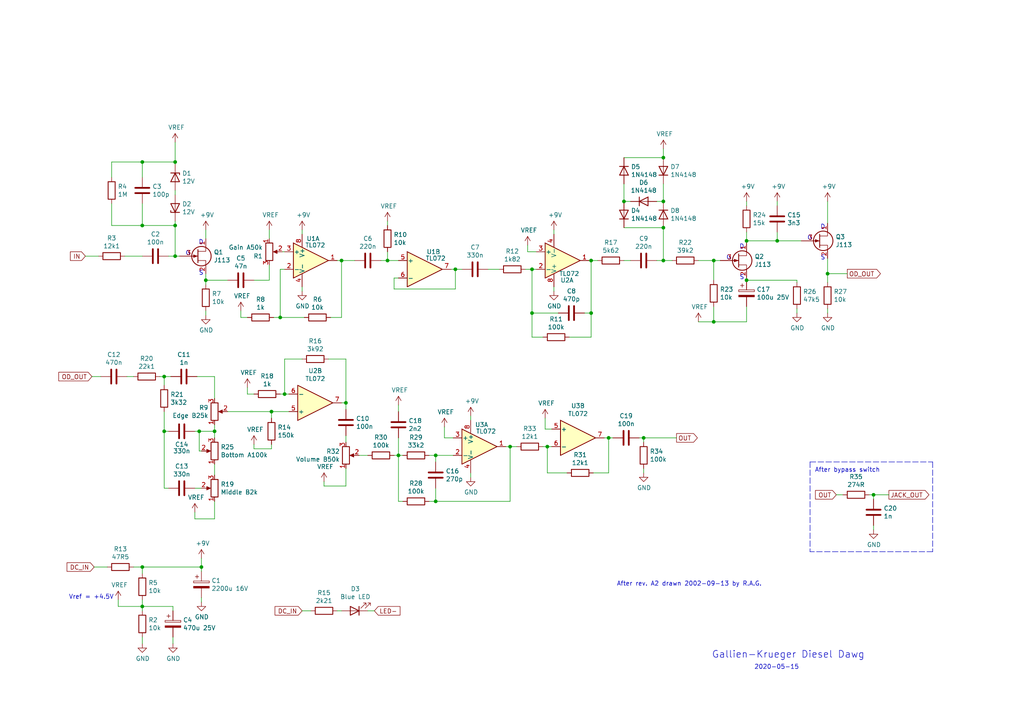
<source format=kicad_sch>
(kicad_sch (version 20211123) (generator eeschema)
  (paper "A4")
  (lib_symbols
    (symbol "Amplifier_Operational:TL072" (pin_names (offset 0.127))
      (property "Reference" "U" (at 0 5.08 0))
      (property "Value" "TL072" (at 0 -5.08 0))
      (symbol "TL072_1_1"
        (polyline (pts (xy -5.08 5.08) (xy 5.08 0) (xy -5.08 -5.08) (xy -5.08 5.08)) (stroke (width 0.254)) (fill (type background)))
        (pin output line (at 7.62 0 180) (length 2.54) (name "~") (number "1"))
        (pin input line (at -7.62 -2.54 0) (length 2.54) (name "-") (number "2"))
        (pin input line (at -7.62 2.54 0) (length 2.54) (name "+") (number "3"))
      )
      (symbol "TL072_2_1"
        (polyline (pts (xy -5.08 5.08) (xy 5.08 0) (xy -5.08 -5.08) (xy -5.08 5.08)) (stroke (width 0.254)) (fill (type background)))
        (pin input line (at -7.62 2.54 0) (length 2.54) (name "+") (number "5"))
        (pin input line (at -7.62 -2.54 0) (length 2.54) (name "-") (number "6"))
        (pin output line (at 7.62 0 180) (length 2.54) (name "~") (number "7"))
      )
      (symbol "TL072_3_1"
        (pin power_in line (at -2.54 -7.62 90) (length 3.81) (name "V-") (number "4"))
        (pin power_in line (at -2.54 7.62 270) (length 3.81) (name "V+") (number "8"))
      )
    )
    (symbol "Device:C" (pin_numbers hide) (pin_names (offset 0.254))
      (property "Reference" "C" (at 0.635 2.54 0))
      (property "Value" "C" (at 0.635 -2.54 0))
      (symbol "C_0_1"
        (polyline (pts (xy -2.032 -0.762) (xy 2.032 -0.762)) (stroke (width 0.508)))
        (polyline (pts (xy -2.032 0.762) (xy 2.032 0.762)) (stroke (width 0.508)))
      )
      (symbol "C_1_1"
        (pin passive line (at 0 3.81 270) (length 2.794) (name "~") (number "1"))
        (pin passive line (at 0 -3.81 90) (length 2.794) (name "~") (number "2"))
      )
    )
    (symbol "Device:CP" (pin_numbers hide) (pin_names (offset 0.254))
      (property "Reference" "C" (at 0.635 2.54 0))
      (property "Value" "CP" (at 0.635 -2.54 0))
      (symbol "CP_0_1"
        (rectangle (start -2.286 0.508) (end 2.286 1.016))
        (polyline (pts (xy -1.778 2.286) (xy -0.762 2.286)))
        (polyline (pts (xy -1.27 2.794) (xy -1.27 1.778)))
        (rectangle (start 2.286 -0.508) (end -2.286 -1.016) (fill (type outline)))
      )
      (symbol "CP_1_1"
        (pin passive line (at 0 3.81 270) (length 2.794) (name "~") (number "1"))
        (pin passive line (at 0 -3.81 90) (length 2.794) (name "~") (number "2"))
      )
    )
    (symbol "Device:D" (pin_numbers hide) (pin_names hide)
      (property "Reference" "D" (at 0 2.54 0))
      (property "Value" "D" (at 0 -2.54 0))
      (symbol "D_0_1"
        (polyline (pts (xy -1.27 1.27) (xy -1.27 -1.27)) (stroke (width 0.254)))
        (polyline (pts (xy 1.27 0) (xy -1.27 0)))
        (polyline (pts (xy 1.27 1.27) (xy 1.27 -1.27) (xy -1.27 0) (xy 1.27 1.27)) (stroke (width 0.254)))
      )
      (symbol "D_1_1"
        (pin passive line (at -3.81 0 0) (length 2.54) (name "K") (number "1"))
        (pin passive line (at 3.81 0 180) (length 2.54) (name "A") (number "2"))
      )
    )
    (symbol "Device:D_Zener" (pin_numbers hide) (pin_names hide)
      (property "Reference" "D" (at 0 2.54 0))
      (property "Value" "D_Zener" (at 0 -2.54 0))
      (symbol "D_Zener_0_1"
        (polyline (pts (xy 1.27 0) (xy -1.27 0)))
        (polyline (pts (xy -1.27 -1.27) (xy -1.27 1.27) (xy -0.762 1.27)) (stroke (width 0.254)))
        (polyline (pts (xy 1.27 -1.27) (xy 1.27 1.27) (xy -1.27 0) (xy 1.27 -1.27)) (stroke (width 0.254)))
      )
      (symbol "D_Zener_1_1"
        (pin passive line (at -3.81 0 0) (length 2.54) (name "K") (number "1"))
        (pin passive line (at 3.81 0 180) (length 2.54) (name "A") (number "2"))
      )
    )
    (symbol "Device:LED" (pin_numbers hide) (pin_names hide)
      (property "Reference" "D" (at 0 2.54 0))
      (property "Value" "LED" (at 0 -2.54 0))
      (symbol "LED_0_1"
        (polyline (pts (xy -1.27 -1.27) (xy -1.27 1.27)) (stroke (width 0.254)))
        (polyline (pts (xy -1.27 0) (xy 1.27 0)))
        (polyline (pts (xy 1.27 -1.27) (xy 1.27 1.27) (xy -1.27 0) (xy 1.27 -1.27)) (stroke (width 0.254)))
        (polyline (pts (xy -3.048 -0.762) (xy -4.572 -2.286) (xy -3.81 -2.286) (xy -4.572 -2.286) (xy -4.572 -1.524)))
        (polyline (pts (xy -1.778 -0.762) (xy -3.302 -2.286) (xy -2.54 -2.286) (xy -3.302 -2.286) (xy -3.302 -1.524)))
      )
      (symbol "LED_1_1"
        (pin passive line (at -3.81 0 0) (length 2.54) (name "K") (number "1"))
        (pin passive line (at 3.81 0 180) (length 2.54) (name "A") (number "2"))
      )
    )
    (symbol "Device:Q_NJFET_DSG" (pin_names (offset 0) hide)
      (property "Reference" "Q" (at 5.08 1.27 0))
      (property "Value" "Q_NJFET_DSG" (at 5.08 -1.27 0))
      (symbol "Q_NJFET_DSG_0_1"
        (polyline (pts (xy 0.254 1.905) (xy 0.254 -1.905) (xy 0.254 -1.905)) (stroke (width 0.254)))
        (polyline (pts (xy 2.54 -2.54) (xy 2.54 -1.27) (xy 0.254 -1.27)))
        (polyline (pts (xy 2.54 2.54) (xy 2.54 1.397) (xy 0.254 1.397)))
        (polyline (pts (xy 0 0) (xy -1.016 0.381) (xy -1.016 -0.381) (xy 0 0)) (fill (type outline)))
        (circle (center 1.27 0) (radius 2.8194) (stroke (width 0.254)))
      )
      (symbol "Q_NJFET_DSG_1_1"
        (pin passive line (at 2.54 5.08 270) (length 2.54) (name "D") (number "1"))
        (pin passive line (at 2.54 -5.08 90) (length 2.54) (name "S") (number "2"))
        (pin input line (at -5.08 0 0) (length 5.334) (name "G") (number "3"))
      )
    )
    (symbol "Device:R" (pin_numbers hide) (pin_names (offset 0))
      (property "Reference" "R" (at 2.032 0 90))
      (property "Value" "R" (at 0 0 90))
      (symbol "R_0_1"
        (rectangle (start -1.016 -2.54) (end 1.016 2.54) (stroke (width 0.254)))
      )
      (symbol "R_1_1"
        (pin passive line (at 0 3.81 270) (length 1.27) (name "~") (number "1"))
        (pin passive line (at 0 -3.81 90) (length 1.27) (name "~") (number "2"))
      )
    )
    (symbol "Device:R_POT" (pin_names hide)
      (property "Reference" "RV" (at -4.445 0 90))
      (property "Value" "R_POT" (at -2.54 0 90))
      (symbol "R_POT_0_1"
        (polyline (pts (xy 2.54 0) (xy 1.524 0)))
        (polyline (pts (xy 1.143 0) (xy 2.286 0.508) (xy 2.286 -0.508) (xy 1.143 0)) (fill (type outline)))
        (rectangle (start 1.016 2.54) (end -1.016 -2.54) (stroke (width 0.254)))
      )
      (symbol "R_POT_1_1"
        (pin passive line (at 0 3.81 270) (length 1.27) (name "1") (number "1"))
        (pin passive line (at 3.81 0 180) (length 1.27) (name "2") (number "2"))
        (pin passive line (at 0 -3.81 90) (length 1.27) (name "3") (number "3"))
      )
    )
    (symbol "power:+9V" (power) (pin_names (offset 0))
      (property "Value" "+9V" (at 0 3.556 0))
      (symbol "+9V_0_1"
        (polyline (pts (xy -0.762 1.27) (xy 0 2.54)))
        (polyline (pts (xy 0 0) (xy 0 2.54)))
        (polyline (pts (xy 0 2.54) (xy 0.762 1.27)))
      )
      (symbol "+9V_1_1"
        (pin power_in line (at 0 0 90) (length 0) hide (name "+9V") (number "1"))
      )
    )
    (symbol "power:GND" (power) (pin_names (offset 0))
      (property "Value" "GND" (at 0 -3.81 0))
      (symbol "GND_0_1"
        (polyline (pts (xy 0 0) (xy 0 -1.27) (xy 1.27 -1.27) (xy 0 -2.54) (xy -1.27 -1.27) (xy 0 -1.27)))
      )
      (symbol "GND_1_1"
        (pin power_in line (at 0 0 270) (length 0) hide (name "GND") (number "1"))
      )
    )
    (symbol "rockola_kicad_symbols:Vref" (power) (pin_names (offset 0))
      (property "Value" "Vref" (at 0 3.81 0))
      (symbol "Vref_0_1"
        (polyline (pts (xy -0.762 1.27) (xy 0 2.54)))
        (polyline (pts (xy 0 0) (xy 0 2.54)))
        (polyline (pts (xy 0 2.54) (xy 0.762 1.27)))
      )
      (symbol "Vref_1_1"
        (pin power_in line (at 0 0 90) (length 0) hide (name "VREF") (number "1"))
      )
    )
  )
  (junction (at 180.975 58.42))
  (junction (at 154.305 78.105))
  (junction (at 207.01 93.345))
  (junction (at 192.405 45.72))
  (junction (at 41.275 46.99))
  (junction (at 253.365 143.51))
  (junction (at 171.45 75.565))
  (junction (at 62.23 125.095))
  (junction (at 192.405 58.42))
  (junction (at 240.03 79.375))
  (junction (at 99.06 75.565))
  (junction (at 126.365 132.08))
  (junction (at 50.8 65.405))
  (junction (at 47.625 109.22))
  (junction (at 216.535 81.28))
  (junction (at 192.405 66.04))
  (junction (at 41.275 164.465))
  (junction (at 176.53 127))
  (junction (at 186.69 127))
  (junction (at 192.405 75.565))
  (junction (at 81.28 92.075))
  (junction (at 216.535 69.85))
  (junction (at 100.33 116.84))
  (junction (at 171.45 90.805))
  (junction (at 59.69 81.28))
  (junction (at 57.785 125.095))
  (junction (at 154.305 90.805))
  (junction (at 207.01 75.565))
  (junction (at 158.75 129.54))
  (junction (at 126.365 145.415))
  (junction (at 225.425 69.85))
  (junction (at 132.08 78.105))
  (junction (at 112.395 75.565))
  (junction (at 115.57 132.08))
  (junction (at 147.955 129.54))
  (junction (at 82.55 114.3))
  (junction (at 41.275 175.895))
  (junction (at 78.74 119.38))
  (junction (at 50.8 74.295))
  (junction (at 50.8 46.99))
  (junction (at 47.625 125.095))
  (junction (at 58.42 164.465))
  (junction (at 41.275 65.405))
  (wire (pts (xy 172.085 137.16) (xy 176.53 137.16)))
  (wire (pts (xy 36.83 109.22) (xy 38.735 109.22)))
  (wire (pts (xy 82.55 114.3) (xy 83.82 114.3)))
  (wire (pts (xy 36.195 74.295) (xy 41.275 74.295)))
  (wire (pts (xy 104.14 132.08) (xy 106.68 132.08)))
  (polyline (pts (xy 234.95 133.985) (xy 234.95 160.02)))
  (wire (pts (xy 73.66 81.28) (xy 78.105 81.28)))
  (wire (pts (xy 71.755 112.395) (xy 71.755 114.3)))
  (wire (pts (xy 79.375 92.075) (xy 81.28 92.075)))
  (wire (pts (xy 180.975 75.565) (xy 182.88 75.565)))
  (wire (pts (xy 95.25 104.14) (xy 100.33 104.14)))
  (wire (pts (xy 41.275 46.99) (xy 50.8 46.99)))
  (wire (pts (xy 157.48 97.79) (xy 154.305 97.79)))
  (wire (pts (xy 99.06 75.565) (xy 102.87 75.565)))
  (wire (pts (xy 50.8 41.275) (xy 50.8 46.99)))
  (wire (pts (xy 59.69 81.28) (xy 66.04 81.28)))
  (wire (pts (xy 132.08 83.82) (xy 132.08 78.105)))
  (wire (pts (xy 78.74 119.38) (xy 66.04 119.38)))
  (wire (pts (xy 171.45 75.565) (xy 170.815 75.565)))
  (wire (pts (xy 253.365 143.51) (xy 252.095 143.51)))
  (wire (pts (xy 58.42 173.355) (xy 58.42 174.625)))
  (wire (pts (xy 27.305 164.465) (xy 31.115 164.465)))
  (wire (pts (xy 240.03 79.375) (xy 245.745 79.375)))
  (wire (pts (xy 186.69 127) (xy 185.42 127)))
  (wire (pts (xy 97.79 177.165) (xy 99.06 177.165)))
  (wire (pts (xy 136.525 120.65) (xy 136.525 121.92)))
  (wire (pts (xy 225.425 69.85) (xy 232.41 69.85)))
  (wire (pts (xy 240.03 74.93) (xy 240.03 79.375)))
  (wire (pts (xy 158.115 121.285) (xy 158.115 124.46)))
  (wire (pts (xy 106.68 177.165) (xy 108.585 177.165)))
  (wire (pts (xy 153.035 73.025) (xy 153.035 71.12)))
  (wire (pts (xy 78.74 121.285) (xy 78.74 119.38)))
  (wire (pts (xy 160.655 66.675) (xy 160.655 67.945)))
  (wire (pts (xy 82.55 104.14) (xy 82.55 114.3)))
  (wire (pts (xy 100.33 116.84) (xy 99.06 116.84)))
  (wire (pts (xy 26.67 109.22) (xy 29.21 109.22)))
  (wire (pts (xy 112.395 75.565) (xy 115.57 75.565)))
  (wire (pts (xy 155.575 73.025) (xy 153.035 73.025)))
  (wire (pts (xy 112.395 64.135) (xy 112.395 65.405)))
  (wire (pts (xy 231.14 81.28) (xy 216.535 81.28)))
  (wire (pts (xy 231.14 89.535) (xy 231.14 90.805)))
  (wire (pts (xy 180.975 66.04) (xy 192.405 66.04)))
  (wire (pts (xy 48.895 125.095) (xy 47.625 125.095)))
  (wire (pts (xy 171.45 75.565) (xy 173.355 75.565)))
  (wire (pts (xy 253.365 144.78) (xy 253.365 143.51)))
  (wire (pts (xy 100.33 126.365) (xy 100.33 128.27)))
  (wire (pts (xy 253.365 152.4) (xy 253.365 153.67)))
  (wire (pts (xy 152.4 78.105) (xy 154.305 78.105)))
  (wire (pts (xy 192.405 43.18) (xy 192.405 45.72)))
  (wire (pts (xy 99.06 92.075) (xy 99.06 75.565)))
  (wire (pts (xy 202.565 93.345) (xy 207.01 93.345)))
  (wire (pts (xy 207.01 75.565) (xy 202.565 75.565)))
  (wire (pts (xy 62.23 125.095) (xy 62.23 127)))
  (wire (pts (xy 100.33 116.84) (xy 100.33 118.745)))
  (wire (pts (xy 225.425 58.42) (xy 225.425 59.69)))
  (wire (pts (xy 160.655 83.185) (xy 160.655 84.455)))
  (wire (pts (xy 58.42 130.81) (xy 57.785 130.81)))
  (polyline (pts (xy 270.51 133.985) (xy 270.51 160.02)))
  (wire (pts (xy 93.98 139.7) (xy 93.98 140.97)))
  (wire (pts (xy 165.1 97.79) (xy 171.45 97.79)))
  (wire (pts (xy 32.385 65.405) (xy 41.275 65.405)))
  (wire (pts (xy 57.785 125.095) (xy 62.23 125.095)))
  (wire (pts (xy 87.63 177.165) (xy 90.17 177.165)))
  (wire (pts (xy 41.275 164.465) (xy 38.735 164.465)))
  (wire (pts (xy 50.165 177.165) (xy 50.165 175.895)))
  (wire (pts (xy 124.46 132.08) (xy 126.365 132.08)))
  (wire (pts (xy 95.885 92.075) (xy 99.06 92.075)))
  (wire (pts (xy 50.8 74.295) (xy 52.07 74.295)))
  (wire (pts (xy 176.53 137.16) (xy 176.53 127)))
  (wire (pts (xy 59.69 90.17) (xy 59.69 91.44)))
  (wire (pts (xy 87.63 66.675) (xy 87.63 67.945)))
  (wire (pts (xy 171.45 90.805) (xy 171.45 75.565)))
  (wire (pts (xy 225.425 67.31) (xy 225.425 69.85)))
  (wire (pts (xy 41.275 175.895) (xy 41.275 177.165)))
  (wire (pts (xy 100.33 104.14) (xy 100.33 116.84)))
  (wire (pts (xy 99.06 75.565) (xy 97.79 75.565)))
  (wire (pts (xy 87.63 104.14) (xy 82.55 104.14)))
  (wire (pts (xy 216.535 58.42) (xy 216.535 59.69)))
  (wire (pts (xy 141.605 78.105) (xy 144.78 78.105)))
  (wire (pts (xy 180.975 53.34) (xy 180.975 58.42)))
  (wire (pts (xy 58.42 165.735) (xy 58.42 164.465)))
  (wire (pts (xy 158.75 137.16) (xy 158.75 129.54)))
  (wire (pts (xy 57.785 130.81) (xy 57.785 125.095)))
  (wire (pts (xy 115.57 127) (xy 115.57 132.08)))
  (wire (pts (xy 186.69 135.89) (xy 186.69 137.16)))
  (wire (pts (xy 59.69 66.675) (xy 59.69 69.215)))
  (wire (pts (xy 59.69 81.28) (xy 59.69 82.55)))
  (wire (pts (xy 34.29 175.895) (xy 41.275 175.895)))
  (wire (pts (xy 190.5 58.42) (xy 192.405 58.42)))
  (wire (pts (xy 176.53 127) (xy 177.8 127)))
  (wire (pts (xy 147.955 145.415) (xy 147.955 129.54)))
  (wire (pts (xy 192.405 75.565) (xy 194.945 75.565)))
  (wire (pts (xy 186.69 127) (xy 196.215 127)))
  (wire (pts (xy 216.535 80.645) (xy 216.535 81.28)))
  (wire (pts (xy 216.535 67.31) (xy 216.535 69.85)))
  (wire (pts (xy 216.535 69.85) (xy 216.535 70.485)))
  (wire (pts (xy 192.405 66.04) (xy 192.405 75.565)))
  (wire (pts (xy 147.955 129.54) (xy 146.685 129.54)))
  (wire (pts (xy 253.365 143.51) (xy 257.81 143.51)))
  (wire (pts (xy 56.515 141.605) (xy 58.42 141.605)))
  (wire (pts (xy 115.57 80.645) (xy 114.3 80.645)))
  (wire (pts (xy 62.23 134.62) (xy 62.23 137.795)))
  (wire (pts (xy 62.23 115.57) (xy 62.23 109.22)))
  (wire (pts (xy 171.45 97.79) (xy 171.45 90.805)))
  (wire (pts (xy 126.365 132.08) (xy 126.365 133.985)))
  (wire (pts (xy 41.275 166.37) (xy 41.275 164.465)))
  (wire (pts (xy 231.14 81.915) (xy 231.14 81.28)))
  (wire (pts (xy 81.915 73.025) (xy 82.55 73.025)))
  (wire (pts (xy 73.66 128.905) (xy 73.66 130.175)))
  (wire (pts (xy 126.365 145.415) (xy 147.955 145.415)))
  (wire (pts (xy 78.74 119.38) (xy 83.82 119.38)))
  (wire (pts (xy 62.23 150.495) (xy 62.23 145.415)))
  (wire (pts (xy 128.905 127) (xy 131.445 127)))
  (wire (pts (xy 32.385 51.435) (xy 32.385 46.99)))
  (wire (pts (xy 114.3 83.82) (xy 132.08 83.82)))
  (wire (pts (xy 48.895 74.295) (xy 50.8 74.295)))
  (wire (pts (xy 41.275 184.785) (xy 41.275 186.69)))
  (wire (pts (xy 56.515 150.495) (xy 62.23 150.495)))
  (wire (pts (xy 240.03 89.535) (xy 240.03 90.805)))
  (wire (pts (xy 46.355 109.22) (xy 47.625 109.22)))
  (wire (pts (xy 164.465 137.16) (xy 158.75 137.16)))
  (wire (pts (xy 207.01 75.565) (xy 208.915 75.565)))
  (polyline (pts (xy 270.51 160.02) (xy 234.95 160.02)))
  (wire (pts (xy 62.23 109.22) (xy 57.15 109.22)))
  (wire (pts (xy 32.385 59.055) (xy 32.385 65.405)))
  (wire (pts (xy 216.535 93.345) (xy 216.535 88.9)))
  (wire (pts (xy 24.765 74.295) (xy 28.575 74.295)))
  (wire (pts (xy 47.625 109.22) (xy 49.53 109.22)))
  (wire (pts (xy 216.535 69.85) (xy 225.425 69.85)))
  (wire (pts (xy 81.28 114.3) (xy 82.55 114.3)))
  (wire (pts (xy 126.365 145.415) (xy 124.46 145.415)))
  (wire (pts (xy 88.265 92.075) (xy 81.28 92.075)))
  (wire (pts (xy 32.385 46.99) (xy 41.275 46.99)))
  (wire (pts (xy 190.5 75.565) (xy 192.405 75.565)))
  (wire (pts (xy 81.28 92.075) (xy 81.28 78.105)))
  (wire (pts (xy 81.28 78.105) (xy 82.55 78.105)))
  (wire (pts (xy 169.545 90.805) (xy 171.45 90.805)))
  (wire (pts (xy 207.01 93.345) (xy 216.535 93.345)))
  (wire (pts (xy 71.755 114.3) (xy 73.66 114.3)))
  (wire (pts (xy 240.03 79.375) (xy 240.03 81.915)))
  (wire (pts (xy 78.105 76.835) (xy 78.105 81.28)))
  (wire (pts (xy 59.69 79.375) (xy 59.69 81.28)))
  (wire (pts (xy 136.525 137.16) (xy 136.525 138.43)))
  (wire (pts (xy 147.955 129.54) (xy 149.86 129.54)))
  (wire (pts (xy 78.105 66.675) (xy 78.105 69.215)))
  (wire (pts (xy 115.57 117.475) (xy 115.57 119.38)))
  (wire (pts (xy 192.405 53.34) (xy 192.405 58.42)))
  (wire (pts (xy 87.63 83.185) (xy 87.63 84.455)))
  (wire (pts (xy 58.42 164.465) (xy 41.275 164.465)))
  (wire (pts (xy 73.66 130.175) (xy 78.74 130.175)))
  (wire (pts (xy 56.515 148.59) (xy 56.515 150.495)))
  (wire (pts (xy 69.85 92.075) (xy 71.755 92.075)))
  (wire (pts (xy 161.925 90.805) (xy 154.305 90.805)))
  (polyline (pts (xy 234.95 133.985) (xy 270.51 133.985)))
  (wire (pts (xy 50.165 175.895) (xy 41.275 175.895)))
  (wire (pts (xy 157.48 129.54) (xy 158.75 129.54)))
  (wire (pts (xy 50.8 55.245) (xy 50.8 56.515)))
  (wire (pts (xy 207.01 81.28) (xy 207.01 75.565)))
  (wire (pts (xy 34.29 173.99) (xy 34.29 175.895)))
  (wire (pts (xy 115.57 132.08) (xy 116.84 132.08)))
  (wire (pts (xy 50.165 184.785) (xy 50.165 186.69)))
  (wire (pts (xy 126.365 132.08) (xy 131.445 132.08)))
  (wire (pts (xy 69.85 90.17) (xy 69.85 92.075)))
  (wire (pts (xy 47.625 109.22) (xy 47.625 111.76)))
  (wire (pts (xy 126.365 141.605) (xy 126.365 145.415)))
  (wire (pts (xy 112.395 73.025) (xy 112.395 75.565)))
  (wire (pts (xy 158.115 124.46) (xy 160.02 124.46)))
  (wire (pts (xy 50.8 65.405) (xy 50.8 74.295)))
  (wire (pts (xy 58.42 161.925) (xy 58.42 164.465)))
  (wire (pts (xy 240.03 58.42) (xy 240.03 64.77)))
  (wire (pts (xy 47.625 141.605) (xy 47.625 125.095)))
  (wire (pts (xy 132.08 78.105) (xy 130.81 78.105)))
  (wire (pts (xy 93.98 140.97) (xy 100.33 140.97)))
  (wire (pts (xy 114.3 80.645) (xy 114.3 83.82)))
  (wire (pts (xy 41.275 65.405) (xy 41.275 59.055)))
  (wire (pts (xy 50.8 46.99) (xy 50.8 47.625)))
  (wire (pts (xy 186.69 128.27) (xy 186.69 127)))
  (wire (pts (xy 154.305 90.805) (xy 154.305 78.105)))
  (wire (pts (xy 180.975 58.42) (xy 182.88 58.42)))
  (wire (pts (xy 114.3 132.08) (xy 115.57 132.08)))
  (wire (pts (xy 180.975 45.72) (xy 192.405 45.72)))
  (wire (pts (xy 154.305 78.105) (xy 155.575 78.105)))
  (wire (pts (xy 50.8 65.405) (xy 41.275 65.405)))
  (wire (pts (xy 78.74 130.175) (xy 78.74 128.905)))
  (wire (pts (xy 176.53 127) (xy 175.26 127)))
  (wire (pts (xy 50.8 64.135) (xy 50.8 65.405)))
  (wire (pts (xy 100.33 140.97) (xy 100.33 135.89)))
  (wire (pts (xy 47.625 125.095) (xy 47.625 119.38)))
  (wire (pts (xy 41.275 46.99) (xy 41.275 51.435)))
  (wire (pts (xy 154.305 97.79) (xy 154.305 90.805)))
  (wire (pts (xy 115.57 145.415) (xy 115.57 132.08)))
  (wire (pts (xy 110.49 75.565) (xy 112.395 75.565)))
  (wire (pts (xy 48.895 141.605) (xy 47.625 141.605)))
  (wire (pts (xy 242.57 143.51) (xy 244.475 143.51)))
  (wire (pts (xy 207.01 88.9) (xy 207.01 93.345)))
  (wire (pts (xy 158.75 129.54) (xy 160.02 129.54)))
  (wire (pts (xy 128.905 123.825) (xy 128.905 127)))
  (wire (pts (xy 41.275 173.99) (xy 41.275 175.895)))
  (wire (pts (xy 132.08 78.105) (xy 133.985 78.105)))
  (wire (pts (xy 116.84 145.415) (xy 115.57 145.415)))
  (wire (pts (xy 62.23 123.19) (xy 62.23 125.095)))
  (wire (pts (xy 56.515 125.095) (xy 57.785 125.095)))
  (text "2020-05-15" (at 231.775 194.31 180) (effects (font (size 1.27 1.27)) (justify right bottom)))
  (text "D" (at 59.055 71.12 180) (effects (font (size 1.27 1.27)) (justify right bottom)))
  (text "Gallien-Krueger Diesel Dawg" (at 250.825 191.135 180) (effects (font (size 2 2)) (justify right bottom)))
  (text "After rev. A2 drawn 2002-09-13 by R.A.G." (at 220.98 170.18 180) (effects (font (size 1.27 1.27)) (justify right bottom)))
  (text "After bypass switch\n" (at 255.27 137.16 180) (effects (font (size 1.27 1.27)) (justify right bottom)))
  (text "S" (at 59.055 80.01 180) (effects (font (size 1.27 1.27)) (justify right bottom)))
  (text "D" (at 215.9 72.39 180) (effects (font (size 1.27 1.27)) (justify right bottom)))
  (text "G" (at 235.585 69.85 180) (effects (font (size 1.27 1.27)) (justify right bottom)))
  (text "D" (at 239.395 66.675 180) (effects (font (size 1.27 1.27)) (justify right bottom)))
  (text "S" (at 215.9 81.28 180) (effects (font (size 1.27 1.27)) (justify right bottom)))
  (text "G" (at 212.09 75.565 180) (effects (font (size 1.27 1.27)) (justify right bottom)))
  (text "Vref = +4.5V" (at 33.02 173.99 180) (effects (font (size 1.27 1.27)) (justify right bottom)))
  (text "S" (at 239.395 75.565 180) (effects (font (size 1.27 1.27)) (justify right bottom)))
  (text "G" (at 55.245 74.295 180) (effects (font (size 1.27 1.27)) (justify right bottom)))
  (global_label "DC_IN" (shape input) (at 27.305 164.465 180) (property "Intersheet References" "${INTERSHEET_REFS}" (effects hide)))
  (global_label "OD_OUT" (shape output) (at 245.745 79.375 0) (property "Intersheet References" "${INTERSHEET_REFS}" (effects hide)))
  (global_label "OUT" (shape input) (at 242.57 143.51 180) (property "Intersheet References" "${INTERSHEET_REFS}" (effects hide)))
  (global_label "LED-" (shape input) (at 108.585 177.165 0) (property "Intersheet References" "${INTERSHEET_REFS}" (effects hide)))
  (global_label "OD_OUT" (shape input) (at 26.67 109.22 180) (property "Intersheet References" "${INTERSHEET_REFS}" (effects hide)))
  (global_label "DC_IN" (shape input) (at 87.63 177.165 180) (property "Intersheet References" "${INTERSHEET_REFS}" (effects hide)))
  (global_label "IN" (shape input) (at 24.765 74.295 180) (property "Intersheet References" "${INTERSHEET_REFS}" (effects hide)))
  (global_label "JACK_OUT" (shape output) (at 257.81 143.51 0) (property "Intersheet References" "${INTERSHEET_REFS}" (effects hide)))
  (global_label "OUT" (shape output) (at 196.215 127 0) (property "Intersheet References" "${INTERSHEET_REFS}" (effects hide)))
  (symbol (lib_id "Amplifier_Operational:TL072") (at 139.065 129.54 0) (unit 1)
    (property "Reference" "U3" (at 139.7 123.19 0))
    (property "Value" "TL072" (at 140.97 125.095 0))
    (property "Datasheet" "http://www.ti.com/lit/ds/symlink/tl071.pdf" (effects hide))
  )
  (symbol (lib_id "Device:C") (at 52.705 125.095 90) (unit 1)
    (property "Reference" "C14" (at 52.705 128.905 90))
    (property "Value" "330n" (at 52.705 130.81 90))
  )
  (symbol (lib_id "Amplifier_Operational:TL072") (at 163.195 75.565 0) (mirror x) (unit 3)
    (property "Reference" "U2" (effects hide))
    (property "Value" "TL072" (effects hide))
    (property "Datasheet" "http://www.ti.com/lit/ds/symlink/tl071.pdf" (effects hide))
  )
  (symbol (lib_id "Amplifier_Operational:TL072") (at 167.64 127 0) (unit 2)
    (property "Reference" "U3" (at 167.64 117.71 0))
    (property "Value" "TL072" (at 167.64 120.0085 0))
    (property "Datasheet" "http://www.ti.com/lit/ds/symlink/tl071.pdf" (effects hide))
  )
  (symbol (lib_id "Amplifier_Operational:TL072") (at 91.44 116.84 0) (mirror x) (unit 2)
    (property "Reference" "U2" (at 91.44 107.55 0))
    (property "Value" "TL072" (at 91.44 109.8485 0))
    (property "Datasheet" "http://www.ti.com/lit/ds/symlink/tl071.pdf" (effects hide))
  )
  (symbol (lib_id "Device:R_POT") (at 62.23 130.81 180) (unit 1)
    (property "Reference" "R25" (at 64.0081 129.6606 0) (effects (justify right)))
    (property "Value" "Bottom A100k" (at 64.0081 131.9593 0) (effects (justify right)))
  )
  (symbol (lib_id "Device:R") (at 93.98 177.165 90) (unit 1)
    (property "Reference" "R15" (at 93.98 171.9388 90))
    (property "Value" "2k21" (at 93.98 174.2375 90))
  )
  (symbol (lib_id "Device:C") (at 53.34 109.22 90) (unit 1)
    (property "Reference" "C11" (at 53.34 102.8508 90))
    (property "Value" "1n" (at 53.34 105.1495 90))
  )
  (symbol (lib_id "Device:CP") (at 58.42 169.545 0) (unit 1)
    (property "Reference" "C1" (at 61.3411 168.3956 0) (effects (justify left)))
    (property "Value" "2200u 16V" (at 61.3411 170.6943 0) (effects (justify left)))
  )
  (symbol (lib_id "Device:Q_NJFET_DSG") (at 213.995 75.565 0) (unit 1)
    (property "Reference" "Q2" (at 218.847 74.416 0) (effects (justify left)))
    (property "Value" "J113" (at 218.847 76.714 0) (effects (justify left)))
  )
  (symbol (lib_id "Device:R") (at 78.74 125.095 0) (unit 1)
    (property "Reference" "R14" (at 80.5181 123.9456 0) (effects (justify left)))
    (property "Value" "150k" (at 80.5181 126.2443 0) (effects (justify left)))
  )
  (symbol (lib_id "power:GND") (at 231.14 90.805 0) (unit 1)
    (property "Reference" "#PWR?" (effects hide))
    (property "Value" "GND" (at 231.2543 95.1294 0))
  )
  (symbol (lib_id "Device:C") (at 115.57 123.19 0) (unit 1)
    (property "Reference" "C18" (at 118.4911 122.0406 0) (effects (justify left)))
    (property "Value" "2n2" (at 118.4911 124.3393 0) (effects (justify left)))
  )
  (symbol (lib_id "Device:R") (at 248.285 143.51 90) (unit 1)
    (property "Reference" "R35" (at 248.285 138.2838 90))
    (property "Value" "274R" (at 248.285 140.5825 90))
  )
  (symbol (lib_id "Device:CP") (at 216.535 85.09 0) (unit 1)
    (property "Reference" "C17" (at 219.4561 83.9406 0) (effects (justify left)))
    (property "Value" "100u 25V" (at 219.4561 86.2393 0) (effects (justify left)))
  )
  (symbol (lib_id "Device:R_POT") (at 100.33 132.08 0) (mirror x) (unit 1)
    (property "Reference" "R32" (at 98.5519 130.9306 0) (effects (justify right)))
    (property "Value" "Volume B50k" (at 98.5519 133.2293 0) (effects (justify right)))
  )
  (symbol (lib_id "power:GND") (at 136.525 138.43 0) (unit 1)
    (property "Reference" "#PWR?" (effects hide))
    (property "Value" "GND" (at 136.6393 142.7544 0))
  )
  (symbol (lib_id "Device:R") (at 168.275 137.16 90) (unit 1)
    (property "Reference" "R31" (at 168.275 131.9338 90))
    (property "Value" "12k1" (at 168.275 134.2325 90))
  )
  (symbol (lib_id "power:GND") (at 50.165 186.69 0) (unit 1)
    (property "Reference" "#PWR?" (effects hide))
    (property "Value" "GND" (at 50.2793 191.0144 0))
  )
  (symbol (lib_id "power:GND") (at 41.275 186.69 0) (unit 1)
    (property "Reference" "#PWR?" (effects hide))
    (property "Value" "GND" (at 41.3893 191.0144 0))
  )
  (symbol (lib_id "rockola_kicad_symbols:Vref") (at 93.98 139.7 0) (unit 1)
    (property "Reference" "#PWR?" (effects hide))
    (property "Value" "Vref" (at 94.3483 135.3756 0))
  )
  (symbol (lib_id "Device:C") (at 41.275 55.245 0) (unit 1)
    (property "Reference" "C3" (at 44.1961 54.0956 0) (effects (justify left)))
    (property "Value" "100p" (at 44.196 56.394 0) (effects (justify left)))
  )
  (symbol (lib_id "Device:R_POT") (at 62.23 119.38 0) (mirror x) (unit 1)
    (property "Reference" "R9" (at 60.452 118.2306 0) (effects (justify right)))
    (property "Value" "Edge B25k" (at 60.452 120.5293 0) (effects (justify right)))
  )
  (symbol (lib_id "power:GND") (at 160.655 84.455 0) (unit 1)
    (property "Reference" "#PWR?" (effects hide))
    (property "Value" "GND" (at 160.7693 88.7794 0))
  )
  (symbol (lib_id "power:+9V") (at 160.655 66.675 0) (unit 1)
    (property "Reference" "#PWR?" (effects hide))
    (property "Value" "+9V" (at 161.0233 62.3506 0))
  )
  (symbol (lib_id "Device:R") (at 59.69 86.36 0) (unit 1)
    (property "Reference" "R7" (at 61.4681 85.2106 0) (effects (justify left)))
    (property "Value" "10k" (at 61.4681 87.5093 0) (effects (justify left)))
  )
  (symbol (lib_id "power:+9V") (at 58.42 161.925 0) (unit 1)
    (property "Reference" "#PWR?" (effects hide))
    (property "Value" "+9V" (at 58.7883 157.6006 0))
  )
  (symbol (lib_id "Device:R_POT") (at 78.105 73.025 0) (unit 1)
    (property "Reference" "R1" (at 76.2 74.295 0) (effects (justify right)))
    (property "Value" "Gain A50k" (at 76.2 71.755 0) (effects (justify right)))
  )
  (symbol (lib_id "Device:C") (at 181.61 127 90) (unit 1)
    (property "Reference" "C19" (at 181.61 120.6308 90))
    (property "Value" "100n" (at 181.61 122.9295 90))
  )
  (symbol (lib_id "Device:C") (at 126.365 137.795 0) (unit 1)
    (property "Reference" "C16" (at 129.2861 136.6456 0) (effects (justify left)))
    (property "Value" "270p" (at 129.2861 138.9443 0) (effects (justify left)))
  )
  (symbol (lib_id "Device:CP") (at 50.165 180.975 0) (unit 1)
    (property "Reference" "C4" (at 53.0861 179.8256 0) (effects (justify left)))
    (property "Value" "470u 25V" (at 53.0861 182.1243 0) (effects (justify left)))
  )
  (symbol (lib_id "Device:C") (at 137.795 78.105 90) (unit 1)
    (property "Reference" "C7" (at 137.795 71.7358 90))
    (property "Value" "330n" (at 137.795 74.0345 90))
  )
  (symbol (lib_id "Device:R") (at 186.69 132.08 0) (unit 1)
    (property "Reference" "R34" (at 188.4681 130.9306 0) (effects (justify left)))
    (property "Value" "100k" (at 188.4681 133.2293 0) (effects (justify left)))
  )
  (symbol (lib_id "power:GND") (at 240.03 90.805 0) (unit 1)
    (property "Reference" "#PWR?" (effects hide))
    (property "Value" "GND" (at 240.1443 95.1294 0))
  )
  (symbol (lib_id "Device:R") (at 153.67 129.54 90) (unit 1)
    (property "Reference" "R33" (at 153.67 124.3138 90))
    (property "Value" "12k1" (at 153.67 126.6125 90))
  )
  (symbol (lib_id "Device:R_POT") (at 62.23 141.605 180) (unit 1)
    (property "Reference" "R19" (at 64.0081 140.4556 0) (effects (justify right)))
    (property "Value" "Middle B2k" (at 64.0081 142.7543 0) (effects (justify right)))
  )
  (symbol (lib_id "Device:C") (at 186.69 75.565 90) (unit 1)
    (property "Reference" "C9" (at 186.69 69.1958 90))
    (property "Value" "220n" (at 186.69 71.4945 90))
  )
  (symbol (lib_id "power:+9V") (at 136.525 120.65 0) (unit 1)
    (property "Reference" "#PWR?" (effects hide))
    (property "Value" "+9V" (at 136.8933 116.3256 0))
  )
  (symbol (lib_id "rockola_kicad_symbols:Vref") (at 34.29 173.99 0) (unit 1)
    (property "Reference" "#PWR?" (effects hide))
    (property "Value" "Vref" (at 34.6583 169.6656 0))
  )
  (symbol (lib_id "Device:R") (at 240.03 85.725 0) (unit 1)
    (property "Reference" "R27" (at 241.8081 84.5756 0) (effects (justify left)))
    (property "Value" "10k" (at 241.8081 86.8743 0) (effects (justify left)))
  )
  (symbol (lib_id "power:+9V") (at 216.535 58.42 0) (unit 1)
    (property "Reference" "#PWR?" (effects hide))
    (property "Value" "+9V" (at 216.9033 54.0956 0))
  )
  (symbol (lib_id "Device:R") (at 177.165 75.565 90) (unit 1)
    (property "Reference" "R17" (at 177.165 70.3388 90))
    (property "Value" "5k62" (at 177.165 72.6375 90))
  )
  (symbol (lib_id "power:+9V") (at 240.03 58.42 0) (unit 1)
    (property "Reference" "U?" (effects hide))
    (property "Value" "+9V" (at 240.3983 54.0956 0))
  )
  (symbol (lib_id "Device:D") (at 180.975 49.53 270) (unit 1)
    (property "Reference" "D5" (at 183.0071 48.3806 90) (effects (justify left)))
    (property "Value" "1N4148" (at 183.0071 50.6793 90) (effects (justify left)))
  )
  (symbol (lib_id "rockola_kicad_symbols:Vref") (at 69.85 90.17 0) (unit 1)
    (property "Reference" "#PWR?" (effects hide))
    (property "Value" "Vref" (at 70.2183 85.8456 0))
  )
  (symbol (lib_id "Device:C") (at 100.33 122.555 0) (unit 1)
    (property "Reference" "C10" (at 103.2511 121.4056 0) (effects (justify left)))
    (property "Value" "100n" (at 103.2511 123.7043 0) (effects (justify left)))
  )
  (symbol (lib_id "Device:R") (at 120.65 132.08 90) (unit 1)
    (property "Reference" "R29" (at 120.65 126.8538 90))
    (property "Value" "33k2" (at 120.65 129.1525 90))
  )
  (symbol (lib_id "Device:R") (at 92.075 92.075 90) (unit 1)
    (property "Reference" "R6" (at 92.075 86.8488 90))
    (property "Value" "10k" (at 92.075 89.1475 90))
  )
  (symbol (lib_id "Device:D_Zener") (at 50.8 60.325 90) (unit 1)
    (property "Reference" "D2" (at 52.8321 59.1756 90) (effects (justify right)))
    (property "Value" "12V" (at 52.8321 61.4743 90) (effects (justify right)))
  )
  (symbol (lib_id "power:+9V") (at 87.63 66.675 0) (unit 1)
    (property "Reference" "#PWR?" (effects hide))
    (property "Value" "+9V" (at 87.9983 62.3506 0))
  )
  (symbol (lib_id "Device:C") (at 106.68 75.565 90) (unit 1)
    (property "Reference" "C6" (at 106.68 69.1958 90))
    (property "Value" "220n" (at 106.68 71.4945 90))
  )
  (symbol (lib_id "rockola_kicad_symbols:Vref") (at 71.755 112.395 0) (unit 1)
    (property "Reference" "#PWR?" (effects hide))
    (property "Value" "Vref" (at 72.1233 108.0706 0))
  )
  (symbol (lib_id "Device:C") (at 165.735 90.805 90) (unit 1)
    (property "Reference" "C8" (at 165.735 84.4358 90))
    (property "Value" "470p" (at 165.735 86.7345 90))
  )
  (symbol (lib_id "Device:R") (at 91.44 104.14 90) (unit 1)
    (property "Reference" "R16" (at 91.44 98.9138 90))
    (property "Value" "3k92" (at 91.44 101.2125 90))
  )
  (symbol (lib_id "rockola_kicad_symbols:Vref") (at 112.395 64.135 0) (unit 1)
    (property "Reference" "#PWR?" (effects hide))
    (property "Value" "Vref" (at 112.7633 59.8106 0))
  )
  (symbol (lib_id "rockola_kicad_symbols:Vref") (at 50.8 41.275 0) (unit 1)
    (property "Reference" "#PWR?" (effects hide))
    (property "Value" "Vref" (at 51.1683 36.9506 0))
  )
  (symbol (lib_id "rockola_kicad_symbols:Vref") (at 202.565 93.345 0) (unit 1)
    (property "Reference" "#PWR?" (effects hide))
    (property "Value" "Vref" (at 202.9333 89.0206 0))
  )
  (symbol (lib_id "power:+9V") (at 59.69 66.675 0) (unit 1)
    (property "Reference" "#PWR?" (effects hide))
    (property "Value" "+9V" (at 60.0583 62.3506 0))
  )
  (symbol (lib_id "Device:R") (at 34.925 164.465 90) (unit 1)
    (property "Reference" "R13" (at 34.925 159.2388 90))
    (property "Value" "47R5" (at 34.925 161.5375 90))
  )
  (symbol (lib_id "Device:R") (at 231.14 85.725 0) (unit 1)
    (property "Reference" "R26" (at 232.9181 84.5756 0) (effects (justify left)))
    (property "Value" "47k5" (at 232.9181 86.8743 0) (effects (justify left)))
  )
  (symbol (lib_id "Amplifier_Operational:TL072") (at 90.17 75.565 0) (unit 3)
    (property "Reference" "U1" (effects hide))
    (property "Value" "TL072" (effects hide))
    (property "Datasheet" "http://www.ti.com/lit/ds/symlink/tl071.pdf" (effects hide))
  )
  (symbol (lib_id "Device:R") (at 77.47 114.3 90) (unit 1)
    (property "Reference" "R18" (at 77.47 109.0738 90))
    (property "Value" "1k" (at 77.47 111.3725 90))
  )
  (symbol (lib_id "Device:Q_NJFET_DSG") (at 57.15 74.295 0) (unit 1)
    (property "Reference" "Q1" (at 62.002 73.146 0) (effects (justify left)))
    (property "Value" "J113" (at 62.002 75.444 0) (effects (justify left)))
  )
  (symbol (lib_id "Device:R") (at 41.275 170.18 0) (unit 1)
    (property "Reference" "R5" (at 43.0531 169.0306 0) (effects (justify left)))
    (property "Value" "10k" (at 43.0531 171.3293 0) (effects (justify left)))
  )
  (symbol (lib_id "power:GND") (at 253.365 153.67 0) (unit 1)
    (property "Reference" "#PWR?" (effects hide))
    (property "Value" "GND" (at 253.4793 157.9944 0))
  )
  (symbol (lib_id "Device:D_Zener") (at 50.8 51.435 270) (unit 1)
    (property "Reference" "D1" (at 52.8321 50.2856 90) (effects (justify left)))
    (property "Value" "12V" (at 52.8321 52.5843 90) (effects (justify left)))
  )
  (symbol (lib_id "Amplifier_Operational:TL072") (at 90.17 75.565 0) (unit 1)
    (property "Reference" "U1" (at 90.805 69.215 0))
    (property "Value" "TL072" (at 91.44 71.12 0))
    (property "Datasheet" "http://www.ti.com/lit/ds/symlink/tl071.pdf" (effects hide))
  )
  (symbol (lib_id "Device:R") (at 120.65 145.415 90) (unit 1)
    (property "Reference" "R28" (at 120.65 140.1888 90))
    (property "Value" "100k" (at 120.65 142.4875 90))
  )
  (symbol (lib_id "Device:R") (at 112.395 69.215 0) (unit 1)
    (property "Reference" "R10" (at 114.1731 68.0656 0) (effects (justify left)))
    (property "Value" "10k" (at 114.1731 70.3643 0) (effects (justify left)))
  )
  (symbol (lib_id "power:GND") (at 58.42 174.625 0) (unit 1)
    (property "Reference" "#PWR?" (effects hide))
    (property "Value" "GND" (at 58.5343 178.9494 0))
  )
  (symbol (lib_id "Amplifier_Operational:TL072") (at 139.065 129.54 0) (unit 3)
    (property "Reference" "U3" (effects hide))
    (property "Value" "TL072" (effects hide))
    (property "Datasheet" "http://www.ti.com/lit/ds/symlink/tl071.pdf" (effects hide))
  )
  (symbol (lib_id "power:GND") (at 59.69 91.44 0) (unit 1)
    (property "Reference" "#PWR?" (effects hide))
    (property "Value" "GND" (at 59.8043 95.7644 0))
  )
  (symbol (lib_id "Device:D") (at 192.405 62.23 270) (unit 1)
    (property "Reference" "D8" (at 194.4371 61.0806 90) (effects (justify left)))
    (property "Value" "1N4148" (at 194.4371 63.3793 90) (effects (justify left)))
  )
  (symbol (lib_id "Device:R") (at 216.535 63.5 0) (unit 1)
    (property "Reference" "R24" (at 218.3131 62.3506 0) (effects (justify left)))
    (property "Value" "15k" (at 218.3131 64.6493 0) (effects (justify left)))
  )
  (symbol (lib_id "power:+9V") (at 225.425 58.42 0) (unit 1)
    (property "Reference" "U?" (effects hide))
    (property "Value" "+9V" (at 225.7933 54.0956 0))
  )
  (symbol (lib_id "rockola_kicad_symbols:Vref") (at 158.115 121.285 0) (unit 1)
    (property "Reference" "#PWR?" (effects hide))
    (property "Value" "Vref" (at 158.4833 116.9606 0))
  )
  (symbol (lib_id "Device:D") (at 180.975 62.23 90) (unit 1)
    (property "Reference" "D4" (at 183.0071 61.0806 90) (effects (justify right)))
    (property "Value" "1N4148" (at 183.0071 63.3793 90) (effects (justify right)))
  )
  (symbol (lib_id "Device:R") (at 161.29 97.79 90) (unit 1)
    (property "Reference" "R11" (at 161.29 92.5638 90))
    (property "Value" "100k" (at 161.29 94.8625 90))
  )
  (symbol (lib_id "rockola_kicad_symbols:Vref") (at 78.105 66.675 0) (unit 1)
    (property "Reference" "#PWR?" (effects hide))
    (property "Value" "Vref" (at 78.4733 62.3506 0))
  )
  (symbol (lib_id "Device:C") (at 253.365 148.59 0) (unit 1)
    (property "Reference" "C20" (at 256.2861 147.4406 0) (effects (justify left)))
    (property "Value" "1n" (at 256.2861 149.7393 0) (effects (justify left)))
  )
  (symbol (lib_id "Device:C") (at 33.02 109.22 90) (unit 1)
    (property "Reference" "C12" (at 33.02 102.8508 90))
    (property "Value" "470n" (at 33.02 105.1495 90))
  )
  (symbol (lib_id "power:GND") (at 87.63 84.455 0) (unit 1)
    (property "Reference" "#PWR?" (effects hide))
    (property "Value" "GND" (at 87.7443 88.7794 0))
  )
  (symbol (lib_id "rockola_kicad_symbols:Vref") (at 192.405 43.18 0) (unit 1)
    (property "Reference" "#PWR?" (effects hide))
    (property "Value" "Vref" (at 192.7733 38.8556 0))
  )
  (symbol (lib_id "Device:R") (at 41.275 180.975 0) (unit 1)
    (property "Reference" "R2" (at 43.0531 179.8256 0) (effects (justify left)))
    (property "Value" "10k" (at 43.0531 182.1243 0) (effects (justify left)))
  )
  (symbol (lib_id "Device:R") (at 47.625 115.57 0) (unit 1)
    (property "Reference" "R21" (at 49.4031 114.4206 0) (effects (justify left)))
    (property "Value" "3k32" (at 49.4031 116.7193 0) (effects (justify left)))
  )
  (symbol (lib_id "Device:D") (at 186.69 58.42 0) (unit 1)
    (property "Reference" "D6" (at 186.69 52.9398 0))
    (property "Value" "1N4148" (at 186.69 55.2385 0))
  )
  (symbol (lib_id "Device:R") (at 110.49 132.08 90) (unit 1)
    (property "Reference" "R30" (at 110.49 126.8538 90))
    (property "Value" "100k" (at 110.49 129.1525 90))
  )
  (symbol (lib_id "rockola_kicad_symbols:Vref") (at 153.035 71.12 0) (unit 1)
    (property "Reference" "#PWR?" (effects hide))
    (property "Value" "Vref" (at 153.4033 66.7956 0))
  )
  (symbol (lib_id "rockola_kicad_symbols:Vref") (at 128.905 123.825 0) (unit 1)
    (property "Reference" "#PWR?" (effects hide))
    (property "Value" "Vref" (at 129.2733 119.5006 0))
  )
  (symbol (lib_id "rockola_kicad_symbols:Vref") (at 56.515 148.59 0) (unit 1)
    (property "Reference" "#PWR?" (effects hide))
    (property "Value" "Vref" (at 56.8833 144.2656 0))
  )
  (symbol (lib_id "Device:C") (at 69.85 81.28 90) (unit 1)
    (property "Reference" "C5" (at 69.85 74.9108 90))
    (property "Value" "47n" (at 69.85 77.2095 90))
  )
  (symbol (lib_id "Device:D") (at 192.405 49.53 90) (unit 1)
    (property "Reference" "D7" (at 194.4371 48.3806 90) (effects (justify right)))
    (property "Value" "1N4148" (at 194.4371 50.6793 90) (effects (justify right)))
  )
  (symbol (lib_id "Device:R") (at 148.59 78.105 90) (unit 1)
    (property "Reference" "R12" (at 148.59 72.8788 90))
    (property "Value" "1k82" (at 148.59 75.1775 90))
  )
  (symbol (lib_id "Device:C") (at 225.425 63.5 0) (unit 1)
    (property "Reference" "C15" (at 228.3461 62.3506 0) (effects (justify left)))
    (property "Value" "3n3" (at 228.3461 64.6493 0) (effects (justify left)))
  )
  (symbol (lib_id "Device:C") (at 52.705 141.605 90) (unit 1)
    (property "Reference" "C13" (at 52.705 135.2358 90))
    (property "Value" "330n" (at 52.705 137.5345 90))
  )
  (symbol (lib_id "Device:R") (at 42.545 109.22 90) (unit 1)
    (property "Reference" "R20" (at 42.545 103.9938 90))
    (property "Value" "22k1" (at 42.545 106.2925 90))
  )
  (symbol (lib_id "power:GND") (at 186.69 137.16 0) (unit 1)
    (property "Reference" "#PWR?" (effects hide))
    (property "Value" "GND" (at 186.8043 141.4844 0))
  )
  (symbol (lib_id "rockola_kicad_symbols:Vref") (at 73.66 128.905 0) (unit 1)
    (property "Reference" "#PWR?" (effects hide))
    (property "Value" "Vref" (at 74.0283 124.5806 0))
  )
  (symbol (lib_id "Device:R") (at 32.385 55.245 0) (unit 1)
    (property "Reference" "R4" (at 34.1631 54.0956 0) (effects (justify left)))
    (property "Value" "1M" (at 34.1631 56.3943 0) (effects (justify left)))
  )
  (symbol (lib_id "Device:R") (at 198.755 75.565 90) (unit 1)
    (property "Reference" "R22" (at 198.755 70.3388 90))
    (property "Value" "39k2" (at 198.755 72.6375 90))
  )
  (symbol (lib_id "Amplifier_Operational:TL072") (at 123.19 78.105 0) (unit 2)
    (property "Reference" "U1" (at 125.73 73.025 0))
    (property "Value" "TL072" (at 126.365 74.93 0))
    (property "Datasheet" "http://www.ti.com/lit/ds/symlink/tl071.pdf" (effects hide))
  )
  (symbol (lib_id "Device:C") (at 45.085 74.295 90) (unit 1)
    (property "Reference" "C2" (at 45.085 67.9258 90))
    (property "Value" "100n" (at 45.085 70.224 90))
  )
  (symbol (lib_id "rockola_kicad_symbols:Vref") (at 115.57 117.475 0) (unit 1)
    (property "Reference" "#PWR?" (effects hide))
    (property "Value" "Vref" (at 115.9383 113.1506 0))
  )
  (symbol (lib_id "Amplifier_Operational:TL072") (at 163.195 75.565 0) (unit 1)
    (property "Reference" "U2" (at 164.465 81.28 0))
    (property "Value" "TL072" (at 165.1 79.375 0))
    (property "Datasheet" "http://www.ti.com/lit/ds/symlink/tl071.pdf" (effects hide))
  )
  (symbol (lib_id "Device:Q_NJFET_DSG") (at 237.49 69.85 0) (unit 1)
    (property "Reference" "Q3" (at 242.342 68.701 0) (effects (justify left)))
    (property "Value" "J113" (at 242.342 70.999 0) (effects (justify left)))
  )
  (symbol (lib_id "Device:R") (at 75.565 92.075 90) (unit 1)
    (property "Reference" "R8" (at 75.565 86.8488 90))
    (property "Value" "1k" (at 75.565 89.1475 90))
  )
  (symbol (lib_id "Device:LED") (at 102.87 177.165 180) (unit 1)
    (property "Reference" "D3" (at 103.0605 170.7958 0))
    (property "Value" "Blue LED" (at 103.0605 173.0945 0))
  )
  (symbol (lib_id "Device:R") (at 32.385 74.295 90) (unit 1)
    (property "Reference" "R3" (at 32.385 69.0688 90))
    (property "Value" "12k1" (at 32.385 71.3675 90))
  )
  (symbol (lib_id "Device:R") (at 207.01 85.09 0) (unit 1)
    (property "Reference" "R23" (at 208.7881 83.9406 0) (effects (justify left)))
    (property "Value" "10k" (at 208.7881 86.2393 0) (effects (justify left)))
  )
)
</source>
